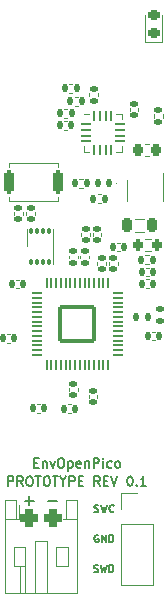
<source format=gto>
G04 #@! TF.GenerationSoftware,KiCad,Pcbnew,(5.99.0-11630-gc5e195bdff)*
G04 #@! TF.CreationDate,2021-08-23T20:37:24+01:00*
G04 #@! TF.ProjectId,EnvPicoLiPo,456e7650-6963-46f4-9c69-506f2e6b6963,REV1*
G04 #@! TF.SameCoordinates,Original*
G04 #@! TF.FileFunction,Legend,Top*
G04 #@! TF.FilePolarity,Positive*
%FSLAX46Y46*%
G04 Gerber Fmt 4.6, Leading zero omitted, Abs format (unit mm)*
G04 Created by KiCad (PCBNEW (5.99.0-11630-gc5e195bdff)) date 2021-08-23 20:37:24*
%MOMM*%
%LPD*%
G01*
G04 APERTURE LIST*
G04 Aperture macros list*
%AMRoundRect*
0 Rectangle with rounded corners*
0 $1 Rounding radius*
0 $2 $3 $4 $5 $6 $7 $8 $9 X,Y pos of 4 corners*
0 Add a 4 corners polygon primitive as box body*
4,1,4,$2,$3,$4,$5,$6,$7,$8,$9,$2,$3,0*
0 Add four circle primitives for the rounded corners*
1,1,$1+$1,$2,$3*
1,1,$1+$1,$4,$5*
1,1,$1+$1,$6,$7*
1,1,$1+$1,$8,$9*
0 Add four rect primitives between the rounded corners*
20,1,$1+$1,$2,$3,$4,$5,0*
20,1,$1+$1,$4,$5,$6,$7,0*
20,1,$1+$1,$6,$7,$8,$9,0*
20,1,$1+$1,$8,$9,$2,$3,0*%
G04 Aperture macros list end*
%ADD10C,0.150000*%
%ADD11C,0.153000*%
%ADD12C,0.120000*%
%ADD13C,0.100000*%
%ADD14RoundRect,0.050000X-0.387500X-0.050000X0.387500X-0.050000X0.387500X0.050000X-0.387500X0.050000X0*%
%ADD15RoundRect,0.050000X-0.050000X-0.387500X0.050000X-0.387500X0.050000X0.387500X-0.050000X0.387500X0*%
%ADD16RoundRect,0.144000X-1.456000X-1.456000X1.456000X-1.456000X1.456000X1.456000X-1.456000X1.456000X0*%
%ADD17RoundRect,0.140000X-0.170000X0.140000X-0.170000X-0.140000X0.170000X-0.140000X0.170000X0.140000X0*%
%ADD18RoundRect,0.140000X0.170000X-0.140000X0.170000X0.140000X-0.170000X0.140000X-0.170000X-0.140000X0*%
%ADD19RoundRect,0.140000X0.140000X0.170000X-0.140000X0.170000X-0.140000X-0.170000X0.140000X-0.170000X0*%
%ADD20RoundRect,0.140000X-0.140000X-0.170000X0.140000X-0.170000X0.140000X0.170000X-0.140000X0.170000X0*%
%ADD21R,1.400000X1.150000*%
%ADD22C,0.650000*%
%ADD23R,0.600000X1.450000*%
%ADD24R,0.300000X1.450000*%
%ADD25RoundRect,0.135000X0.135000X0.185000X-0.135000X0.185000X-0.135000X-0.185000X0.135000X-0.185000X0*%
%ADD26RoundRect,0.087500X0.087500X-0.175000X0.087500X0.175000X-0.087500X0.175000X-0.087500X-0.175000X0*%
%ADD27R,1.600000X1.400000*%
%ADD28RoundRect,0.200000X-0.200000X-0.800000X0.200000X-0.800000X0.200000X0.800000X-0.200000X0.800000X0*%
%ADD29RoundRect,0.147500X-0.172500X0.147500X-0.172500X-0.147500X0.172500X-0.147500X0.172500X0.147500X0*%
%ADD30RoundRect,0.200000X-0.200000X-0.275000X0.200000X-0.275000X0.200000X0.275000X-0.200000X0.275000X0*%
%ADD31RoundRect,0.135000X0.185000X-0.135000X0.185000X0.135000X-0.185000X0.135000X-0.185000X-0.135000X0*%
%ADD32RoundRect,0.225000X0.225000X0.250000X-0.225000X0.250000X-0.225000X-0.250000X0.225000X-0.250000X0*%
%ADD33RoundRect,0.062500X-0.375000X-0.062500X0.375000X-0.062500X0.375000X0.062500X-0.375000X0.062500X0*%
%ADD34RoundRect,0.062500X-0.062500X-0.375000X0.062500X-0.375000X0.062500X0.375000X-0.062500X0.375000X0*%
%ADD35R,1.600000X1.600000*%
%ADD36RoundRect,0.218750X0.218750X0.381250X-0.218750X0.381250X-0.218750X-0.381250X0.218750X-0.381250X0*%
%ADD37R,0.650000X1.220000*%
%ADD38RoundRect,0.218750X0.256250X-0.218750X0.256250X0.218750X-0.256250X0.218750X-0.256250X-0.218750X0*%
%ADD39RoundRect,0.135000X-0.185000X0.135000X-0.185000X-0.135000X0.185000X-0.135000X0.185000X0.135000X0*%
%ADD40RoundRect,0.147500X0.147500X0.172500X-0.147500X0.172500X-0.147500X-0.172500X0.147500X-0.172500X0*%
%ADD41RoundRect,0.135000X-0.135000X-0.185000X0.135000X-0.185000X0.135000X0.185000X-0.135000X0.185000X0*%
%ADD42R,1.700000X1.700000*%
%ADD43O,1.700000X1.700000*%
%ADD44RoundRect,0.375000X-0.375000X-0.375000X0.375000X-0.375000X0.375000X0.375000X-0.375000X0.375000X0*%
%ADD45R,3.500000X1.700000*%
%ADD46C,1.700000*%
G04 APERTURE END LIST*
D10*
X105125714Y-101917857D02*
X105211428Y-101946428D01*
X105354285Y-101946428D01*
X105411428Y-101917857D01*
X105440000Y-101889285D01*
X105468571Y-101832142D01*
X105468571Y-101775000D01*
X105440000Y-101717857D01*
X105411428Y-101689285D01*
X105354285Y-101660714D01*
X105240000Y-101632142D01*
X105182857Y-101603571D01*
X105154285Y-101575000D01*
X105125714Y-101517857D01*
X105125714Y-101460714D01*
X105154285Y-101403571D01*
X105182857Y-101375000D01*
X105240000Y-101346428D01*
X105382857Y-101346428D01*
X105468571Y-101375000D01*
X105668571Y-101346428D02*
X105811428Y-101946428D01*
X105925714Y-101517857D01*
X106040000Y-101946428D01*
X106182857Y-101346428D01*
X106754285Y-101889285D02*
X106725714Y-101917857D01*
X106640000Y-101946428D01*
X106582857Y-101946428D01*
X106497142Y-101917857D01*
X106440000Y-101860714D01*
X106411428Y-101803571D01*
X106382857Y-101689285D01*
X106382857Y-101603571D01*
X106411428Y-101489285D01*
X106440000Y-101432142D01*
X106497142Y-101375000D01*
X106582857Y-101346428D01*
X106640000Y-101346428D01*
X106725714Y-101375000D01*
X106754285Y-101403571D01*
X99209047Y-100971428D02*
X99970952Y-100971428D01*
X99590000Y-101352380D02*
X99590000Y-100590476D01*
D11*
X100020952Y-97767857D02*
X100287619Y-97767857D01*
X100401904Y-98186904D02*
X100020952Y-98186904D01*
X100020952Y-97386904D01*
X100401904Y-97386904D01*
X100744761Y-97653571D02*
X100744761Y-98186904D01*
X100744761Y-97729761D02*
X100782857Y-97691666D01*
X100859047Y-97653571D01*
X100973333Y-97653571D01*
X101049523Y-97691666D01*
X101087619Y-97767857D01*
X101087619Y-98186904D01*
X101392380Y-97653571D02*
X101582857Y-98186904D01*
X101773333Y-97653571D01*
X102230476Y-97386904D02*
X102382857Y-97386904D01*
X102459047Y-97425000D01*
X102535238Y-97501190D01*
X102573333Y-97653571D01*
X102573333Y-97920238D01*
X102535238Y-98072619D01*
X102459047Y-98148809D01*
X102382857Y-98186904D01*
X102230476Y-98186904D01*
X102154285Y-98148809D01*
X102078095Y-98072619D01*
X102040000Y-97920238D01*
X102040000Y-97653571D01*
X102078095Y-97501190D01*
X102154285Y-97425000D01*
X102230476Y-97386904D01*
X102916190Y-97653571D02*
X102916190Y-98453571D01*
X102916190Y-97691666D02*
X102992380Y-97653571D01*
X103144761Y-97653571D01*
X103220952Y-97691666D01*
X103259047Y-97729761D01*
X103297142Y-97805952D01*
X103297142Y-98034523D01*
X103259047Y-98110714D01*
X103220952Y-98148809D01*
X103144761Y-98186904D01*
X102992380Y-98186904D01*
X102916190Y-98148809D01*
X103944761Y-98148809D02*
X103868571Y-98186904D01*
X103716190Y-98186904D01*
X103640000Y-98148809D01*
X103601904Y-98072619D01*
X103601904Y-97767857D01*
X103640000Y-97691666D01*
X103716190Y-97653571D01*
X103868571Y-97653571D01*
X103944761Y-97691666D01*
X103982857Y-97767857D01*
X103982857Y-97844047D01*
X103601904Y-97920238D01*
X104325714Y-97653571D02*
X104325714Y-98186904D01*
X104325714Y-97729761D02*
X104363809Y-97691666D01*
X104440000Y-97653571D01*
X104554285Y-97653571D01*
X104630476Y-97691666D01*
X104668571Y-97767857D01*
X104668571Y-98186904D01*
X105049523Y-98186904D02*
X105049523Y-97386904D01*
X105354285Y-97386904D01*
X105430476Y-97425000D01*
X105468571Y-97463095D01*
X105506666Y-97539285D01*
X105506666Y-97653571D01*
X105468571Y-97729761D01*
X105430476Y-97767857D01*
X105354285Y-97805952D01*
X105049523Y-97805952D01*
X105849523Y-98186904D02*
X105849523Y-97653571D01*
X105849523Y-97386904D02*
X105811428Y-97425000D01*
X105849523Y-97463095D01*
X105887619Y-97425000D01*
X105849523Y-97386904D01*
X105849523Y-97463095D01*
X106573333Y-98148809D02*
X106497142Y-98186904D01*
X106344761Y-98186904D01*
X106268571Y-98148809D01*
X106230476Y-98110714D01*
X106192380Y-98034523D01*
X106192380Y-97805952D01*
X106230476Y-97729761D01*
X106268571Y-97691666D01*
X106344761Y-97653571D01*
X106497142Y-97653571D01*
X106573333Y-97691666D01*
X107030476Y-98186904D02*
X106954285Y-98148809D01*
X106916190Y-98110714D01*
X106878095Y-98034523D01*
X106878095Y-97805952D01*
X106916190Y-97729761D01*
X106954285Y-97691666D01*
X107030476Y-97653571D01*
X107144761Y-97653571D01*
X107220952Y-97691666D01*
X107259047Y-97729761D01*
X107297142Y-97805952D01*
X107297142Y-98034523D01*
X107259047Y-98110714D01*
X107220952Y-98148809D01*
X107144761Y-98186904D01*
X107030476Y-98186904D01*
D10*
X105100714Y-106992857D02*
X105186428Y-107021428D01*
X105329285Y-107021428D01*
X105386428Y-106992857D01*
X105415000Y-106964285D01*
X105443571Y-106907142D01*
X105443571Y-106850000D01*
X105415000Y-106792857D01*
X105386428Y-106764285D01*
X105329285Y-106735714D01*
X105215000Y-106707142D01*
X105157857Y-106678571D01*
X105129285Y-106650000D01*
X105100714Y-106592857D01*
X105100714Y-106535714D01*
X105129285Y-106478571D01*
X105157857Y-106450000D01*
X105215000Y-106421428D01*
X105357857Y-106421428D01*
X105443571Y-106450000D01*
X105643571Y-106421428D02*
X105786428Y-107021428D01*
X105900714Y-106592857D01*
X106015000Y-107021428D01*
X106157857Y-106421428D01*
X106386428Y-107021428D02*
X106386428Y-106421428D01*
X106529285Y-106421428D01*
X106615000Y-106450000D01*
X106672142Y-106507142D01*
X106700714Y-106564285D01*
X106729285Y-106678571D01*
X106729285Y-106764285D01*
X106700714Y-106878571D01*
X106672142Y-106935714D01*
X106615000Y-106992857D01*
X106529285Y-107021428D01*
X106386428Y-107021428D01*
D11*
X97811428Y-99736904D02*
X97811428Y-98936904D01*
X98116190Y-98936904D01*
X98192380Y-98975000D01*
X98230476Y-99013095D01*
X98268571Y-99089285D01*
X98268571Y-99203571D01*
X98230476Y-99279761D01*
X98192380Y-99317857D01*
X98116190Y-99355952D01*
X97811428Y-99355952D01*
X99068571Y-99736904D02*
X98801904Y-99355952D01*
X98611428Y-99736904D02*
X98611428Y-98936904D01*
X98916190Y-98936904D01*
X98992380Y-98975000D01*
X99030476Y-99013095D01*
X99068571Y-99089285D01*
X99068571Y-99203571D01*
X99030476Y-99279761D01*
X98992380Y-99317857D01*
X98916190Y-99355952D01*
X98611428Y-99355952D01*
X99563809Y-98936904D02*
X99716190Y-98936904D01*
X99792380Y-98975000D01*
X99868571Y-99051190D01*
X99906666Y-99203571D01*
X99906666Y-99470238D01*
X99868571Y-99622619D01*
X99792380Y-99698809D01*
X99716190Y-99736904D01*
X99563809Y-99736904D01*
X99487619Y-99698809D01*
X99411428Y-99622619D01*
X99373333Y-99470238D01*
X99373333Y-99203571D01*
X99411428Y-99051190D01*
X99487619Y-98975000D01*
X99563809Y-98936904D01*
X100135238Y-98936904D02*
X100592380Y-98936904D01*
X100363809Y-99736904D02*
X100363809Y-98936904D01*
X101011428Y-98936904D02*
X101163809Y-98936904D01*
X101240000Y-98975000D01*
X101316190Y-99051190D01*
X101354285Y-99203571D01*
X101354285Y-99470238D01*
X101316190Y-99622619D01*
X101240000Y-99698809D01*
X101163809Y-99736904D01*
X101011428Y-99736904D01*
X100935238Y-99698809D01*
X100859047Y-99622619D01*
X100820952Y-99470238D01*
X100820952Y-99203571D01*
X100859047Y-99051190D01*
X100935238Y-98975000D01*
X101011428Y-98936904D01*
X101582857Y-98936904D02*
X102040000Y-98936904D01*
X101811428Y-99736904D02*
X101811428Y-98936904D01*
X102459047Y-99355952D02*
X102459047Y-99736904D01*
X102192380Y-98936904D02*
X102459047Y-99355952D01*
X102725714Y-98936904D01*
X102992380Y-99736904D02*
X102992380Y-98936904D01*
X103297142Y-98936904D01*
X103373333Y-98975000D01*
X103411428Y-99013095D01*
X103449523Y-99089285D01*
X103449523Y-99203571D01*
X103411428Y-99279761D01*
X103373333Y-99317857D01*
X103297142Y-99355952D01*
X102992380Y-99355952D01*
X103792380Y-99317857D02*
X104059047Y-99317857D01*
X104173333Y-99736904D02*
X103792380Y-99736904D01*
X103792380Y-98936904D01*
X104173333Y-98936904D01*
X105582857Y-99736904D02*
X105316190Y-99355952D01*
X105125714Y-99736904D02*
X105125714Y-98936904D01*
X105430476Y-98936904D01*
X105506666Y-98975000D01*
X105544761Y-99013095D01*
X105582857Y-99089285D01*
X105582857Y-99203571D01*
X105544761Y-99279761D01*
X105506666Y-99317857D01*
X105430476Y-99355952D01*
X105125714Y-99355952D01*
X105925714Y-99317857D02*
X106192380Y-99317857D01*
X106306666Y-99736904D02*
X105925714Y-99736904D01*
X105925714Y-98936904D01*
X106306666Y-98936904D01*
X106535238Y-98936904D02*
X106801904Y-99736904D01*
X107068571Y-98936904D01*
X108097142Y-98936904D02*
X108173333Y-98936904D01*
X108249523Y-98975000D01*
X108287619Y-99013095D01*
X108325714Y-99089285D01*
X108363809Y-99241666D01*
X108363809Y-99432142D01*
X108325714Y-99584523D01*
X108287619Y-99660714D01*
X108249523Y-99698809D01*
X108173333Y-99736904D01*
X108097142Y-99736904D01*
X108020952Y-99698809D01*
X107982857Y-99660714D01*
X107944761Y-99584523D01*
X107906666Y-99432142D01*
X107906666Y-99241666D01*
X107944761Y-99089285D01*
X107982857Y-99013095D01*
X108020952Y-98975000D01*
X108097142Y-98936904D01*
X108706666Y-99660714D02*
X108744761Y-99698809D01*
X108706666Y-99736904D01*
X108668571Y-99698809D01*
X108706666Y-99660714D01*
X108706666Y-99736904D01*
X109506666Y-99736904D02*
X109049523Y-99736904D01*
X109278095Y-99736904D02*
X109278095Y-98936904D01*
X109201904Y-99051190D01*
X109125714Y-99127380D01*
X109049523Y-99165476D01*
D10*
X101209047Y-101021428D02*
X101970952Y-101021428D01*
X105457857Y-103925000D02*
X105400714Y-103896428D01*
X105315000Y-103896428D01*
X105229285Y-103925000D01*
X105172142Y-103982142D01*
X105143571Y-104039285D01*
X105115000Y-104153571D01*
X105115000Y-104239285D01*
X105143571Y-104353571D01*
X105172142Y-104410714D01*
X105229285Y-104467857D01*
X105315000Y-104496428D01*
X105372142Y-104496428D01*
X105457857Y-104467857D01*
X105486428Y-104439285D01*
X105486428Y-104239285D01*
X105372142Y-104239285D01*
X105743571Y-104496428D02*
X105743571Y-103896428D01*
X106086428Y-104496428D01*
X106086428Y-103896428D01*
X106372142Y-104496428D02*
X106372142Y-103896428D01*
X106515000Y-103896428D01*
X106600714Y-103925000D01*
X106657857Y-103982142D01*
X106686428Y-104039285D01*
X106715000Y-104153571D01*
X106715000Y-104239285D01*
X106686428Y-104353571D01*
X106657857Y-104410714D01*
X106600714Y-104467857D01*
X106515000Y-104496428D01*
X106372142Y-104496428D01*
D12*
X105360000Y-92067164D02*
X105360000Y-92282836D01*
X104640000Y-92067164D02*
X104640000Y-92282836D01*
X103695200Y-80448236D02*
X103695200Y-80232564D01*
X102975200Y-80448236D02*
X102975200Y-80232564D01*
X98707836Y-82290000D02*
X98492164Y-82290000D01*
X98707836Y-83010000D02*
X98492164Y-83010000D01*
X98327000Y-76777936D02*
X98327000Y-76562264D01*
X99047000Y-76777936D02*
X99047000Y-76562264D01*
X104974760Y-78356124D02*
X104974760Y-78571796D01*
X105694760Y-78356124D02*
X105694760Y-78571796D01*
X110027004Y-87385680D02*
X110242676Y-87385680D01*
X110027004Y-86665680D02*
X110242676Y-86665680D01*
X103695200Y-91459364D02*
X103695200Y-91675036D01*
X102975200Y-91459364D02*
X102975200Y-91675036D01*
X97946476Y-87614280D02*
X97730804Y-87614280D01*
X97946476Y-86894280D02*
X97730804Y-86894280D01*
X105372960Y-81024816D02*
X105372960Y-80809144D01*
X106092960Y-81024816D02*
X106092960Y-80809144D01*
X104744760Y-78356124D02*
X104744760Y-78571796D01*
X104024760Y-78356124D02*
X104024760Y-78571796D01*
X100497396Y-92812600D02*
X100281724Y-92812600D01*
X100497396Y-93532600D02*
X100281724Y-93532600D01*
X103268641Y-65695000D02*
X102961359Y-65695000D01*
X103268641Y-66455000D02*
X102961359Y-66455000D01*
X99390560Y-79448860D02*
X99390560Y-77948860D01*
X101610560Y-80948860D02*
X101610560Y-77948860D01*
X103940400Y-80464236D02*
X103940400Y-80248564D01*
X104660400Y-80464236D02*
X104660400Y-80248564D01*
X99360780Y-76775396D02*
X99360780Y-76559724D01*
X100080780Y-76775396D02*
X100080780Y-76559724D01*
X102041000Y-75276000D02*
X102041000Y-75576000D01*
X97901000Y-72436000D02*
X102041000Y-72436000D01*
X97901000Y-75576000D02*
X97901000Y-75276000D01*
X102041000Y-75576000D02*
X97901000Y-75576000D01*
X97901000Y-72736000D02*
X97901000Y-72436000D01*
X102041000Y-72436000D02*
X102041000Y-72736000D01*
X109402742Y-79847500D02*
X109877258Y-79847500D01*
X109402742Y-78802500D02*
X109877258Y-78802500D01*
X109741541Y-80213000D02*
X109434259Y-80213000D01*
X109741541Y-80973000D02*
X109434259Y-80973000D01*
X107086100Y-81022276D02*
X107086100Y-80806604D01*
X106366100Y-81022276D02*
X106366100Y-80806604D01*
X109492764Y-82252300D02*
X109708436Y-82252300D01*
X109492764Y-82972300D02*
X109708436Y-82972300D01*
X109492764Y-81981700D02*
X109708436Y-81981700D01*
X109492764Y-81261700D02*
X109708436Y-81261700D01*
X103116136Y-92825300D02*
X102900464Y-92825300D01*
X103116136Y-93545300D02*
X102900464Y-93545300D01*
X104682400Y-66752641D02*
X104682400Y-66445359D01*
X105442400Y-66752641D02*
X105442400Y-66445359D01*
X109715780Y-71806600D02*
X109434620Y-71806600D01*
X109715780Y-70786600D02*
X109434620Y-70786600D01*
X106951000Y-68213400D02*
X107426000Y-68213400D01*
X104681000Y-68213400D02*
X104206000Y-68213400D01*
X104206000Y-71433400D02*
X104206000Y-70958400D01*
X106951000Y-71433400D02*
X107426000Y-71433400D01*
X107426000Y-71433400D02*
X107426000Y-70958400D01*
X107426000Y-68213400D02*
X107426000Y-68688400D01*
X104681000Y-71433400D02*
X104206000Y-71433400D01*
X109339622Y-77115000D02*
X108540378Y-77115000D01*
X109339622Y-78235000D02*
X108540378Y-78235000D01*
X105693641Y-75805000D02*
X105386359Y-75805000D01*
X105693641Y-75045000D02*
X105386359Y-75045000D01*
X110932800Y-75631000D02*
X110932800Y-73201000D01*
X107862800Y-73871000D02*
X107862800Y-75631000D01*
X109399000Y-59828600D02*
X109399000Y-62113600D01*
X110869000Y-62113600D02*
X110869000Y-59828600D01*
X109399000Y-62113600D02*
X110869000Y-62113600D01*
X108130000Y-67967436D02*
X108130000Y-67751764D01*
X108850000Y-67967436D02*
X108850000Y-67751764D01*
X110895000Y-68246359D02*
X110895000Y-68553641D01*
X110135000Y-68246359D02*
X110135000Y-68553641D01*
X102583964Y-69561100D02*
X102799636Y-69561100D01*
X102583964Y-68841100D02*
X102799636Y-68841100D01*
D13*
X107047300Y-74116000D02*
G75*
G03*
X107047300Y-74116000I-50000J0D01*
G01*
D12*
X103759841Y-67549100D02*
X103452559Y-67549100D01*
X103759841Y-66789100D02*
X103452559Y-66789100D01*
X102525459Y-68577800D02*
X102832741Y-68577800D01*
X102525459Y-67817800D02*
X102832741Y-67817800D01*
X103820859Y-73736000D02*
X104128141Y-73736000D01*
X103820859Y-74496000D02*
X104128141Y-74496000D01*
X107278436Y-79852800D02*
X107062764Y-79852800D01*
X107278436Y-79132800D02*
X107062764Y-79132800D01*
X107410000Y-100345000D02*
X108740000Y-100345000D01*
X107410000Y-108085000D02*
X110070000Y-108085000D01*
X110070000Y-102945000D02*
X110070000Y-108085000D01*
X107410000Y-102945000D02*
X110070000Y-102945000D01*
X107410000Y-102945000D02*
X107410000Y-108085000D01*
X107410000Y-101675000D02*
X107410000Y-100345000D01*
X98450000Y-100965000D02*
X97530000Y-100965000D01*
X97530000Y-108785000D02*
X103650000Y-108785000D01*
X98730000Y-102565000D02*
X98730000Y-101350000D01*
X102730000Y-100965000D02*
X102730000Y-102565000D01*
X101890000Y-104925000D02*
X102890000Y-104925000D01*
X98290000Y-106525000D02*
X99290000Y-106525000D01*
X97530000Y-100965000D02*
X97530000Y-108785000D01*
X103650000Y-100965000D02*
X102730000Y-100965000D01*
X99290000Y-106525000D02*
X99290000Y-104925000D01*
X103650000Y-102565000D02*
X102730000Y-102565000D01*
X101890000Y-106525000D02*
X101890000Y-104925000D01*
X99290000Y-104925000D02*
X98290000Y-104925000D01*
X102890000Y-104925000D02*
X102890000Y-106525000D01*
X100090000Y-108785000D02*
X100090000Y-104425000D01*
X101090000Y-104425000D02*
X101090000Y-108785000D01*
X97530000Y-102565000D02*
X98450000Y-102565000D01*
X102890000Y-106525000D02*
X101890000Y-106525000D01*
X98290000Y-104925000D02*
X98290000Y-106525000D01*
X103650000Y-108785000D02*
X103650000Y-100965000D01*
X99290000Y-106525000D02*
X99290000Y-108785000D01*
X100090000Y-104425000D02*
X101090000Y-104425000D01*
X102730000Y-102565000D02*
X102450000Y-102565000D01*
X98450000Y-102565000D02*
X98450000Y-100965000D01*
X98730000Y-102565000D02*
X98450000Y-102565000D01*
X98790000Y-106525000D02*
X98790000Y-108785000D01*
%LPC*%
D14*
X100252500Y-83425000D03*
X100252500Y-83825000D03*
X100252500Y-84225000D03*
X100252500Y-84625000D03*
X100252500Y-85025000D03*
X100252500Y-85425000D03*
X100252500Y-85825000D03*
X100252500Y-86225000D03*
X100252500Y-86625000D03*
X100252500Y-87025000D03*
X100252500Y-87425000D03*
X100252500Y-87825000D03*
X100252500Y-88225000D03*
X100252500Y-88625000D03*
D15*
X101090000Y-89462500D03*
X101490000Y-89462500D03*
X101890000Y-89462500D03*
X102290000Y-89462500D03*
X102690000Y-89462500D03*
X103090000Y-89462500D03*
X103490000Y-89462500D03*
X103890000Y-89462500D03*
X104290000Y-89462500D03*
X104690000Y-89462500D03*
X105090000Y-89462500D03*
X105490000Y-89462500D03*
X105890000Y-89462500D03*
X106290000Y-89462500D03*
D14*
X107127500Y-88625000D03*
X107127500Y-88225000D03*
X107127500Y-87825000D03*
X107127500Y-87425000D03*
X107127500Y-87025000D03*
X107127500Y-86625000D03*
X107127500Y-86225000D03*
X107127500Y-85825000D03*
X107127500Y-85425000D03*
X107127500Y-85025000D03*
X107127500Y-84625000D03*
X107127500Y-84225000D03*
X107127500Y-83825000D03*
X107127500Y-83425000D03*
D15*
X106290000Y-82587500D03*
X105890000Y-82587500D03*
X105490000Y-82587500D03*
X105090000Y-82587500D03*
X104690000Y-82587500D03*
X104290000Y-82587500D03*
X103890000Y-82587500D03*
X103490000Y-82587500D03*
X103090000Y-82587500D03*
X102690000Y-82587500D03*
X102290000Y-82587500D03*
X101890000Y-82587500D03*
X101490000Y-82587500D03*
X101090000Y-82587500D03*
D16*
X103690000Y-86025000D03*
D17*
X105000000Y-91695000D03*
X105000000Y-92655000D03*
D18*
X103335200Y-80820400D03*
X103335200Y-79860400D03*
D19*
X99080000Y-82650000D03*
X98120000Y-82650000D03*
D18*
X98687000Y-77150100D03*
X98687000Y-76190100D03*
D17*
X105334760Y-77983960D03*
X105334760Y-78943960D03*
D20*
X109654840Y-87025680D03*
X110614840Y-87025680D03*
D17*
X103335200Y-91087200D03*
X103335200Y-92047200D03*
D19*
X98318640Y-87254280D03*
X97358640Y-87254280D03*
D18*
X105732960Y-81396980D03*
X105732960Y-80436980D03*
D17*
X104384760Y-77983960D03*
X104384760Y-78943960D03*
D19*
X100869560Y-93172600D03*
X99909560Y-93172600D03*
D21*
X102673200Y-94607800D03*
X100473200Y-94607800D03*
X100473200Y-96207800D03*
X102673200Y-96207800D03*
D22*
X100710000Y-63175000D03*
X106490000Y-63175000D03*
D23*
X106825000Y-64620000D03*
X106050000Y-64620000D03*
D24*
X105350000Y-64620000D03*
X104850000Y-64620000D03*
X104350000Y-64620000D03*
X103850000Y-64620000D03*
X103350000Y-64620000D03*
X102850000Y-64620000D03*
X102350000Y-64620000D03*
X101850000Y-64620000D03*
D23*
X101150000Y-64620000D03*
X100375000Y-64620000D03*
D25*
X109692280Y-85430560D03*
X108672280Y-85430560D03*
X103625000Y-66075000D03*
X102605000Y-66075000D03*
D26*
X99750560Y-80736360D03*
X100250560Y-80736360D03*
X100750560Y-80736360D03*
X101250560Y-80736360D03*
X101250560Y-78161360D03*
X100750560Y-78161360D03*
X100250560Y-78161360D03*
X99750560Y-78161360D03*
D27*
X100500560Y-79448860D03*
D18*
X104300400Y-80836400D03*
X104300400Y-79876400D03*
X99720780Y-77147560D03*
X99720780Y-76187560D03*
D28*
X97871000Y-74006000D03*
X102071000Y-74006000D03*
D29*
X110655480Y-84788080D03*
X110655480Y-85758080D03*
D30*
X108815000Y-79325000D03*
X110465000Y-79325000D03*
D25*
X110097900Y-80593000D03*
X109077900Y-80593000D03*
D18*
X106726100Y-81394440D03*
X106726100Y-80434440D03*
D20*
X109120600Y-82612300D03*
X110080600Y-82612300D03*
X109120600Y-81621700D03*
X110080600Y-81621700D03*
D19*
X103488300Y-93185300D03*
X102528300Y-93185300D03*
D31*
X105062400Y-67109000D03*
X105062400Y-66089000D03*
D32*
X110350200Y-71296600D03*
X108800200Y-71296600D03*
D33*
X104378500Y-69073400D03*
X104378500Y-69573400D03*
X104378500Y-70073400D03*
X104378500Y-70573400D03*
D34*
X105066000Y-71260900D03*
X105566000Y-71260900D03*
X106066000Y-71260900D03*
X106566000Y-71260900D03*
D33*
X107253500Y-70573400D03*
X107253500Y-70073400D03*
X107253500Y-69573400D03*
X107253500Y-69073400D03*
D34*
X106566000Y-68385900D03*
X106066000Y-68385900D03*
X105566000Y-68385900D03*
X105066000Y-68385900D03*
D35*
X105816000Y-69823400D03*
D36*
X110002500Y-77675000D03*
X107877500Y-77675000D03*
D25*
X106050000Y-75425000D03*
X105030000Y-75425000D03*
D37*
X110372800Y-73441000D03*
X109422800Y-73441000D03*
X108472800Y-73441000D03*
X108472800Y-76061000D03*
X110372800Y-76061000D03*
D38*
X110134000Y-61416100D03*
X110134000Y-59841100D03*
D18*
X108490000Y-68339600D03*
X108490000Y-67379600D03*
D39*
X110515000Y-67890000D03*
X110515000Y-68910000D03*
D20*
X102211800Y-69201100D03*
X103171800Y-69201100D03*
D40*
X106392300Y-74116000D03*
X105422300Y-74116000D03*
D25*
X104116200Y-67169100D03*
X103096200Y-67169100D03*
D41*
X102169100Y-68197800D03*
X103189100Y-68197800D03*
X103464500Y-74116000D03*
X104484500Y-74116000D03*
D19*
X107650600Y-79492800D03*
X106690600Y-79492800D03*
D42*
X108740000Y-101675000D03*
D43*
X108740000Y-104215000D03*
X108740000Y-106755000D03*
D44*
X99590000Y-102425000D03*
X101590000Y-102425000D03*
D45*
X114250000Y-58725000D03*
D42*
X112550000Y-58725000D03*
D43*
X112550000Y-61265000D03*
D45*
X114250000Y-61265000D03*
X114250000Y-63805000D03*
D42*
X112550000Y-63805000D03*
D45*
X114250000Y-66345000D03*
D43*
X112550000Y-66345000D03*
D45*
X114250000Y-68885000D03*
D43*
X112550000Y-68885000D03*
D45*
X114250000Y-71425000D03*
D43*
X112550000Y-71425000D03*
D45*
X114250000Y-73965000D03*
D43*
X112550000Y-73965000D03*
D45*
X114250000Y-76505000D03*
D42*
X112550000Y-76505000D03*
D43*
X112550000Y-79045000D03*
D45*
X114250000Y-79045000D03*
D43*
X112550000Y-81585000D03*
D45*
X114250000Y-81585000D03*
D43*
X112550000Y-84125000D03*
D45*
X114250000Y-84125000D03*
X114250000Y-86665000D03*
D43*
X112550000Y-86665000D03*
D42*
X112550000Y-89205000D03*
D45*
X114250000Y-89205000D03*
X114250000Y-91745000D03*
D43*
X112550000Y-91745000D03*
X112550000Y-94285000D03*
D45*
X114250000Y-94285000D03*
X114250000Y-96825000D03*
D43*
X112550000Y-96825000D03*
X112550000Y-99365000D03*
D45*
X114250000Y-99365000D03*
D42*
X112550000Y-101905000D03*
D45*
X114250000Y-101905000D03*
D43*
X112550000Y-104445000D03*
D45*
X114250000Y-104445000D03*
X114250000Y-106985000D03*
D43*
X112550000Y-106985000D03*
D46*
X94750000Y-106985000D03*
D45*
X93050000Y-106985000D03*
D43*
X94750000Y-104445000D03*
D45*
X93050000Y-104445000D03*
X93050000Y-101905000D03*
D42*
X94750000Y-101905000D03*
D43*
X94750000Y-99365000D03*
D45*
X93050000Y-99365000D03*
X93050000Y-96825000D03*
D43*
X94750000Y-96825000D03*
X94750000Y-94285000D03*
D45*
X93050000Y-94285000D03*
X93040000Y-91745000D03*
D43*
X94750000Y-91745000D03*
D42*
X94750000Y-89205000D03*
D45*
X93050000Y-89205000D03*
X93050000Y-86665000D03*
D43*
X94750000Y-86665000D03*
D45*
X93050000Y-84125000D03*
D43*
X94750000Y-84125000D03*
X94750000Y-81585000D03*
D45*
X93050000Y-81585000D03*
X93060000Y-79045000D03*
D43*
X94750000Y-79045000D03*
D45*
X93050000Y-76505000D03*
D42*
X94750000Y-76505000D03*
D45*
X93050000Y-73965000D03*
D43*
X94750000Y-73965000D03*
D45*
X93050000Y-71425000D03*
D43*
X94750000Y-71425000D03*
X94750000Y-68885000D03*
D45*
X93050000Y-68885000D03*
D43*
X94750000Y-66345000D03*
D45*
X93050000Y-66335000D03*
X93050000Y-63805000D03*
D42*
X94750000Y-63805000D03*
D45*
X93050000Y-61255000D03*
D43*
X94750000Y-61265000D03*
X94750000Y-58725000D03*
D45*
X93050000Y-58725000D03*
M02*

</source>
